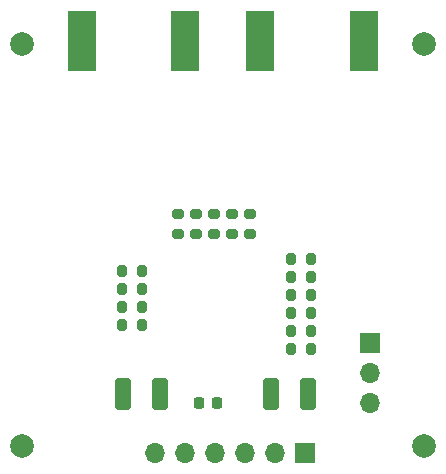
<source format=gbr>
%TF.GenerationSoftware,KiCad,Pcbnew,(6.0.1)*%
%TF.CreationDate,2023-02-14T20:32:37-07:00*%
%TF.ProjectId,SPARC,53504152-432e-46b6-9963-61645f706362,01*%
%TF.SameCoordinates,Original*%
%TF.FileFunction,Soldermask,Bot*%
%TF.FilePolarity,Negative*%
%FSLAX46Y46*%
G04 Gerber Fmt 4.6, Leading zero omitted, Abs format (unit mm)*
G04 Created by KiCad (PCBNEW (6.0.1)) date 2023-02-14 20:32:37*
%MOMM*%
%LPD*%
G01*
G04 APERTURE LIST*
G04 Aperture macros list*
%AMRoundRect*
0 Rectangle with rounded corners*
0 $1 Rounding radius*
0 $2 $3 $4 $5 $6 $7 $8 $9 X,Y pos of 4 corners*
0 Add a 4 corners polygon primitive as box body*
4,1,4,$2,$3,$4,$5,$6,$7,$8,$9,$2,$3,0*
0 Add four circle primitives for the rounded corners*
1,1,$1+$1,$2,$3*
1,1,$1+$1,$4,$5*
1,1,$1+$1,$6,$7*
1,1,$1+$1,$8,$9*
0 Add four rect primitives between the rounded corners*
20,1,$1+$1,$2,$3,$4,$5,0*
20,1,$1+$1,$4,$5,$6,$7,0*
20,1,$1+$1,$6,$7,$8,$9,0*
20,1,$1+$1,$8,$9,$2,$3,0*%
G04 Aperture macros list end*
%ADD10R,2.420000X5.080000*%
%ADD11C,2.000000*%
%ADD12R,1.700000X1.700000*%
%ADD13O,1.700000X1.700000*%
%ADD14RoundRect,0.250000X-0.412500X-1.100000X0.412500X-1.100000X0.412500X1.100000X-0.412500X1.100000X0*%
%ADD15RoundRect,0.250000X0.412500X1.100000X-0.412500X1.100000X-0.412500X-1.100000X0.412500X-1.100000X0*%
%ADD16RoundRect,0.200000X0.200000X0.275000X-0.200000X0.275000X-0.200000X-0.275000X0.200000X-0.275000X0*%
%ADD17RoundRect,0.200000X0.275000X-0.200000X0.275000X0.200000X-0.275000X0.200000X-0.275000X-0.200000X0*%
%ADD18RoundRect,0.225000X0.225000X0.250000X-0.225000X0.250000X-0.225000X-0.250000X0.225000X-0.250000X0*%
%ADD19RoundRect,0.200000X-0.275000X0.200000X-0.275000X-0.200000X0.275000X-0.200000X0.275000X0.200000X0*%
%ADD20RoundRect,0.200000X-0.200000X-0.275000X0.200000X-0.275000X0.200000X0.275000X-0.200000X0.275000X0*%
G04 APERTURE END LIST*
D10*
%TO.C,J2*%
X106520000Y-47370000D03*
X115280000Y-47370000D03*
%TD*%
D11*
%TO.C,REF\u002A\u002A*%
X86400000Y-81628769D03*
%TD*%
%TO.C,REF\u002A\u002A*%
X120400000Y-81628769D03*
%TD*%
%TO.C,REF\u002A\u002A*%
X86400000Y-47628769D03*
%TD*%
D10*
%TO.C,J1*%
X100160000Y-47370000D03*
X91400000Y-47370000D03*
%TD*%
D12*
%TO.C,J4*%
X115824000Y-72898000D03*
D13*
X115824000Y-75438000D03*
X115824000Y-77978000D03*
%TD*%
D12*
%TO.C,J3*%
X110340000Y-82208769D03*
D13*
X107800000Y-82208769D03*
X105260000Y-82208769D03*
X102720000Y-82208769D03*
X100180000Y-82208769D03*
X97640000Y-82208769D03*
%TD*%
D11*
%TO.C,REF\u002A\u002A*%
X120400000Y-47628769D03*
%TD*%
D14*
%TO.C,C9*%
X94919000Y-77216000D03*
X98044000Y-77216000D03*
%TD*%
D15*
%TO.C,C7*%
X110562500Y-77216000D03*
X107437500Y-77216000D03*
%TD*%
D16*
%TO.C,R31*%
X110807000Y-73406000D03*
X109157000Y-73406000D03*
%TD*%
D17*
%TO.C,R14*%
X101092000Y-63694000D03*
X101092000Y-62044000D03*
%TD*%
D16*
%TO.C,R13*%
X96520000Y-66802000D03*
X94870000Y-66802000D03*
%TD*%
D18*
%TO.C,C8*%
X102883000Y-77978000D03*
X101333000Y-77978000D03*
%TD*%
D19*
%TO.C,R23*%
X102616000Y-62044000D03*
X102616000Y-63694000D03*
%TD*%
D16*
%TO.C,R29*%
X110807000Y-70358000D03*
X109157000Y-70358000D03*
%TD*%
D19*
%TO.C,R21*%
X99568000Y-62044000D03*
X99568000Y-63694000D03*
%TD*%
D20*
%TO.C,R2*%
X94870000Y-71374000D03*
X96520000Y-71374000D03*
%TD*%
%TO.C,R11*%
X94870000Y-68326000D03*
X96520000Y-68326000D03*
%TD*%
%TO.C,R16*%
X109157000Y-65786000D03*
X110807000Y-65786000D03*
%TD*%
D19*
%TO.C,R25*%
X105664000Y-62044000D03*
X105664000Y-63694000D03*
%TD*%
D20*
%TO.C,R17*%
X109157000Y-68834000D03*
X110807000Y-68834000D03*
%TD*%
D17*
%TO.C,R15*%
X104140000Y-63694000D03*
X104140000Y-62044000D03*
%TD*%
D16*
%TO.C,R12*%
X96520000Y-69850000D03*
X94870000Y-69850000D03*
%TD*%
%TO.C,R27*%
X110807000Y-67310000D03*
X109157000Y-67310000D03*
%TD*%
D20*
%TO.C,R18*%
X109157000Y-71882000D03*
X110807000Y-71882000D03*
%TD*%
M02*

</source>
